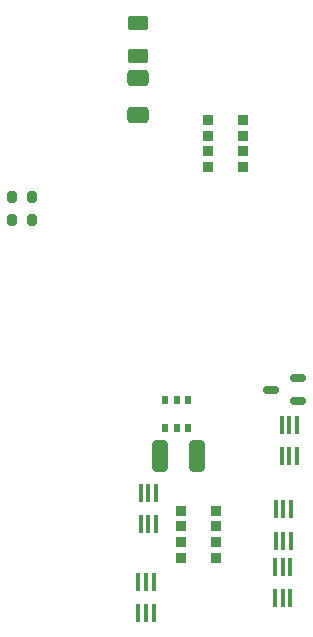
<source format=gbr>
%TF.GenerationSoftware,KiCad,Pcbnew,7.0.8*%
%TF.CreationDate,2023-11-29T08:53:45-05:00*%
%TF.ProjectId,clock,636c6f63-6b2e-46b6-9963-61645f706362,rev?*%
%TF.SameCoordinates,Original*%
%TF.FileFunction,Paste,Bot*%
%TF.FilePolarity,Positive*%
%FSLAX46Y46*%
G04 Gerber Fmt 4.6, Leading zero omitted, Abs format (unit mm)*
G04 Created by KiCad (PCBNEW 7.0.8) date 2023-11-29 08:53:45*
%MOMM*%
%LPD*%
G01*
G04 APERTURE LIST*
G04 Aperture macros list*
%AMRoundRect*
0 Rectangle with rounded corners*
0 $1 Rounding radius*
0 $2 $3 $4 $5 $6 $7 $8 $9 X,Y pos of 4 corners*
0 Add a 4 corners polygon primitive as box body*
4,1,4,$2,$3,$4,$5,$6,$7,$8,$9,$2,$3,0*
0 Add four circle primitives for the rounded corners*
1,1,$1+$1,$2,$3*
1,1,$1+$1,$4,$5*
1,1,$1+$1,$6,$7*
1,1,$1+$1,$8,$9*
0 Add four rect primitives between the rounded corners*
20,1,$1+$1,$2,$3,$4,$5,0*
20,1,$1+$1,$4,$5,$6,$7,0*
20,1,$1+$1,$6,$7,$8,$9,0*
20,1,$1+$1,$8,$9,$2,$3,0*%
G04 Aperture macros list end*
%ADD10RoundRect,0.250000X-0.400000X-1.075000X0.400000X-1.075000X0.400000X1.075000X-0.400000X1.075000X0*%
%ADD11R,0.400000X1.500000*%
%ADD12R,0.550000X0.800000*%
%ADD13RoundRect,0.150000X0.512500X0.150000X-0.512500X0.150000X-0.512500X-0.150000X0.512500X-0.150000X0*%
%ADD14R,0.900000X0.900000*%
%ADD15RoundRect,0.250000X0.625000X-0.375000X0.625000X0.375000X-0.625000X0.375000X-0.625000X-0.375000X0*%
%ADD16RoundRect,0.200000X-0.200000X-0.275000X0.200000X-0.275000X0.200000X0.275000X-0.200000X0.275000X0*%
%ADD17RoundRect,0.250000X-0.650000X0.412500X-0.650000X-0.412500X0.650000X-0.412500X0.650000X0.412500X0*%
G04 APERTURE END LIST*
D10*
%TO.C,R1*%
X32232000Y-49326800D03*
X35332000Y-49326800D03*
%TD*%
D11*
%TO.C,Q3*%
X43281600Y-61417200D03*
X42631600Y-61417200D03*
X41981600Y-61417200D03*
X41981600Y-58757200D03*
X42631600Y-58757200D03*
X43281600Y-58757200D03*
%TD*%
%TO.C,Q4*%
X43322000Y-56549600D03*
X42672000Y-56549600D03*
X42022000Y-56549600D03*
X42022000Y-53889600D03*
X42672000Y-53889600D03*
X43322000Y-53889600D03*
%TD*%
D12*
%TO.C,U2*%
X32694800Y-44602400D03*
X33644800Y-44602400D03*
X34594800Y-44602400D03*
X34594800Y-47002400D03*
X33644800Y-47002400D03*
X32694800Y-47002400D03*
%TD*%
D11*
%TO.C,Q5*%
X43830000Y-49377600D03*
X43180000Y-49377600D03*
X42530000Y-49377600D03*
X42530000Y-46717600D03*
X43180000Y-46717600D03*
X43830000Y-46717600D03*
%TD*%
D13*
%TO.C,Q6*%
X43911100Y-42788800D03*
X43911100Y-44688800D03*
X41636100Y-43738800D03*
%TD*%
D14*
%TO.C,RN1*%
X36271200Y-24892000D03*
X36271200Y-23552000D03*
X36271200Y-22232000D03*
X36271200Y-20892000D03*
X39271200Y-20892000D03*
X39271200Y-22232000D03*
X39271200Y-23552000D03*
X39271200Y-24892000D03*
%TD*%
D11*
%TO.C,Q7*%
X30388800Y-59994800D03*
X31038800Y-59994800D03*
X31688800Y-59994800D03*
X31688800Y-62654800D03*
X31038800Y-62654800D03*
X30388800Y-62654800D03*
%TD*%
D15*
%TO.C,D*%
X30378400Y-15471600D03*
X30378400Y-12671600D03*
%TD*%
D11*
%TO.C,Q2*%
X30592000Y-52458000D03*
X31242000Y-52458000D03*
X31892000Y-52458000D03*
X31892000Y-55118000D03*
X31242000Y-55118000D03*
X30592000Y-55118000D03*
%TD*%
D16*
%TO.C,R2*%
X19723600Y-27442000D03*
X21373600Y-27442000D03*
%TD*%
D17*
%TO.C,C1*%
X30378400Y-17373600D03*
X30378400Y-20498600D03*
%TD*%
D14*
%TO.C,RN2*%
X33982400Y-57982000D03*
X33982400Y-56642000D03*
X33982400Y-55322000D03*
X33982400Y-53982000D03*
X36982400Y-53982000D03*
X36982400Y-55322000D03*
X36982400Y-56642000D03*
X36982400Y-57982000D03*
%TD*%
D16*
%TO.C,R3*%
X19723600Y-29347000D03*
X21373600Y-29347000D03*
%TD*%
M02*

</source>
